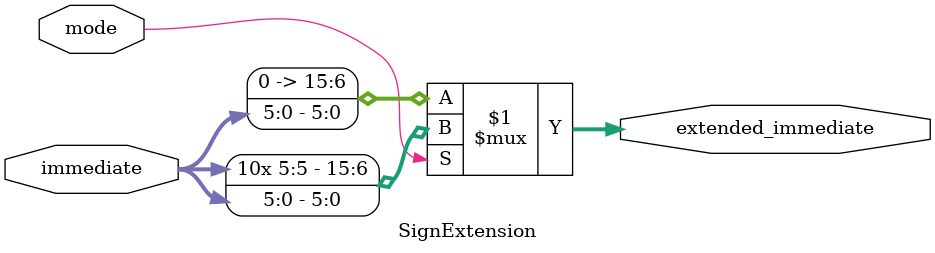
<source format=v>
 `timescale 1ns/1ps
module SignExtension (
    input  wire [5:0]  immediate,
    input  wire        mode,  // 1 => sign-extend, 0 => zero-extend
    output wire [15:0] extended_immediate
);
    assign extended_immediate = (mode)
        ? {{10{immediate[5]}}, immediate}
        : {10'b0, immediate};
endmodule

</source>
